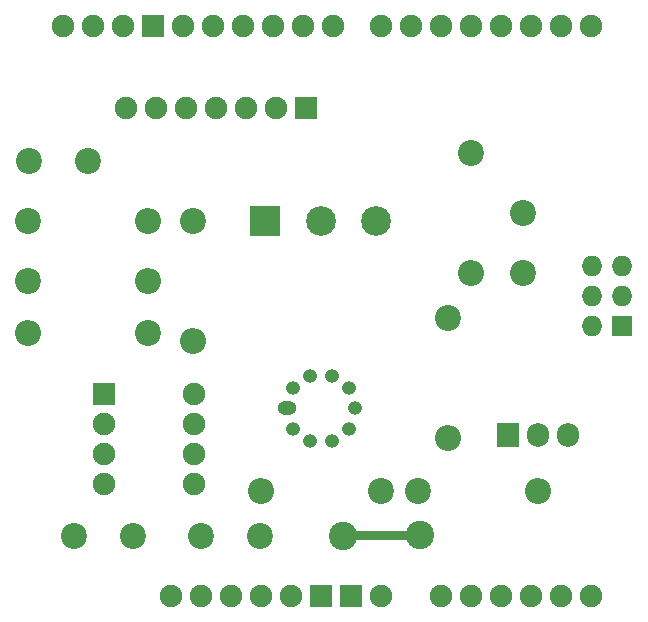
<source format=gbr>
%TF.GenerationSoftware,KiCad,Pcbnew,7.0.9*%
%TF.CreationDate,2023-12-06T14:48:21+01:00*%
%TF.ProjectId,Gas_Sensor,4761735f-5365-46e7-936f-722e6b696361,rev?*%
%TF.SameCoordinates,Original*%
%TF.FileFunction,Copper,L1,Top*%
%TF.FilePolarity,Positive*%
%FSLAX46Y46*%
G04 Gerber Fmt 4.6, Leading zero omitted, Abs format (unit mm)*
G04 Created by KiCad (PCBNEW 7.0.9) date 2023-12-06 14:48:21*
%MOMM*%
%LPD*%
G01*
G04 APERTURE LIST*
%TA.AperFunction,ComponentPad*%
%ADD10O,1.600000X1.200000*%
%TD*%
%TA.AperFunction,ComponentPad*%
%ADD11O,1.200000X1.200000*%
%TD*%
%TA.AperFunction,ComponentPad*%
%ADD12C,2.200000*%
%TD*%
%TA.AperFunction,ComponentPad*%
%ADD13O,2.200000X2.200000*%
%TD*%
%TA.AperFunction,ComponentPad*%
%ADD14R,1.905000X2.000000*%
%TD*%
%TA.AperFunction,ComponentPad*%
%ADD15O,1.905000X2.000000*%
%TD*%
%TA.AperFunction,ComponentPad*%
%ADD16R,1.900000X1.900000*%
%TD*%
%TA.AperFunction,ComponentPad*%
%ADD17O,1.900000X1.900000*%
%TD*%
%TA.AperFunction,ComponentPad*%
%ADD18R,2.520000X2.520000*%
%TD*%
%TA.AperFunction,ComponentPad*%
%ADD19C,2.520000*%
%TD*%
%TA.AperFunction,ComponentPad*%
%ADD20O,1.727200X1.727200*%
%TD*%
%TA.AperFunction,ComponentPad*%
%ADD21R,1.727200X1.727200*%
%TD*%
%TA.AperFunction,ViaPad*%
%ADD22C,2.400000*%
%TD*%
%TA.AperFunction,Conductor*%
%ADD23C,0.800000*%
%TD*%
G04 APERTURE END LIST*
D10*
%TO.P,U1,1,TempA*%
%TO.N,GND*%
X66300000Y-51435000D03*
D11*
%TO.P,U1,2,Gas1A*%
%TO.N,GAS1*%
X66857670Y-53151333D03*
%TO.P,U1,3,ResA*%
%TO.N,GND*%
X68317670Y-54212085D03*
%TO.P,U1,4,Gas1B*%
%TO.N,+5V*%
X70122330Y-54212085D03*
%TO.P,U1,5,NC*%
%TO.N,GND*%
X71582330Y-53151333D03*
%TO.P,U1,6,TempB*%
%TO.N,ADC2*%
X72140000Y-51435000D03*
%TO.P,U1,7,Gas2A*%
%TO.N,+5V*%
X71582330Y-49718667D03*
%TO.P,U1,8,ResB*%
%TO.N,SW_12V*%
X70122330Y-48657915D03*
%TO.P,U1,9,Gas2B*%
%TO.N,GAS2*%
X68317670Y-48657915D03*
%TO.P,U1,10,NC*%
%TO.N,GND*%
X66857670Y-49718667D03*
%TD*%
D12*
%TO.P,C3,1*%
%TO.N,+5V*%
X64095000Y-62230000D03*
%TO.P,C3,2*%
%TO.N,GND*%
X59095000Y-62230000D03*
%TD*%
%TO.P,R2,1*%
%TO.N,Net-(U2-IN-)*%
X44450000Y-40640000D03*
D13*
%TO.P,R2,2*%
%TO.N,GND*%
X54610000Y-40640000D03*
%TD*%
D12*
%TO.P,R1,1*%
%TO.N,Net-(U2-IN+)*%
X54610000Y-45085000D03*
D13*
%TO.P,R1,2*%
%TO.N,GND*%
X44450000Y-45085000D03*
%TD*%
D14*
%TO.P,Q1,1,G*%
%TO.N,Net-(Q1-G)*%
X85090000Y-53650000D03*
D15*
%TO.P,Q1,2,D*%
%TO.N,SW_12V*%
X87630000Y-53650000D03*
%TO.P,Q1,3,S*%
%TO.N,GND*%
X90170000Y-53650000D03*
%TD*%
D12*
%TO.P,R6,1*%
%TO.N,ADC2*%
X74295000Y-58420000D03*
D13*
%TO.P,R6,2*%
%TO.N,+5V*%
X64135000Y-58420000D03*
%TD*%
D12*
%TO.P,R7,1*%
%TO.N,+12V*%
X77470000Y-58420000D03*
D13*
%TO.P,R7,2*%
%TO.N,SW_12V*%
X87630000Y-58420000D03*
%TD*%
D12*
%TO.P,R8,1*%
%TO.N,SW_CTL*%
X80010000Y-43815000D03*
D13*
%TO.P,R8,2*%
%TO.N,Net-(Q1-G)*%
X80010000Y-53975000D03*
%TD*%
D16*
%TO.P,J1,1,Pin_1*%
%TO.N,RST*%
X67945000Y-26035000D03*
D17*
%TO.P,J1,2,Pin_2*%
%TO.N,TX*%
X65405000Y-26035000D03*
%TO.P,J1,3,Pin_3*%
%TO.N,RX*%
X62865000Y-26035000D03*
%TO.P,J1,4,Pin_4*%
%TO.N,+3.3V*%
X60325000Y-26035000D03*
%TO.P,J1,5,Pin_5*%
%TO.N,unconnected-(J1-Pin_5-Pad5)*%
X57785000Y-26035000D03*
%TO.P,J1,6,Pin_6*%
%TO.N,GND*%
X55245000Y-26035000D03*
%TO.P,J1,7,Pin_7*%
%TO.N,unconnected-(J1-Pin_7-Pad7)*%
X52705000Y-26035000D03*
%TD*%
D12*
%TO.P,R4,1*%
%TO.N,Net-(SW1-B)*%
X58420000Y-35560000D03*
D13*
%TO.P,R4,2*%
%TO.N,Net-(U2-IN+)*%
X58420000Y-45720000D03*
%TD*%
D18*
%TO.P,SW1,1,A*%
%TO.N,GAS1*%
X64515000Y-35560000D03*
D19*
%TO.P,SW1,2,B*%
%TO.N,Net-(SW1-B)*%
X69215000Y-35560000D03*
%TO.P,SW1,3,C*%
%TO.N,GAS2*%
X73915000Y-35560000D03*
%TD*%
D17*
%TO.P,A1,*%
%TO.N,*%
X56515000Y-67310000D03*
%TO.P,A1,3V3,3.3V*%
%TO.N,+3.3V*%
X64135000Y-67310000D03*
%TO.P,A1,5V1,5V*%
%TO.N,+5V*%
X66675000Y-67310000D03*
D20*
%TO.P,A1,5V2,SPI_5V*%
%TO.N,unconnected-(A1-SPI_5V-Pad5V2)*%
X94742000Y-39370000D03*
D17*
%TO.P,A1,A0,A0*%
%TO.N,ADC2*%
X79375000Y-67310000D03*
%TO.P,A1,A1,A1*%
%TO.N,ADC1*%
X81915000Y-67310000D03*
%TO.P,A1,A2,A2*%
%TO.N,unconnected-(A1-PadA2)*%
X84455000Y-67310000D03*
%TO.P,A1,A3,A3*%
%TO.N,unconnected-(A1-PadA3)*%
X86995000Y-67310000D03*
%TO.P,A1,A4,A4*%
%TO.N,unconnected-(A1-PadA4)*%
X89535000Y-67310000D03*
%TO.P,A1,A5,A5*%
%TO.N,unconnected-(A1-PadA5)*%
X92075000Y-67310000D03*
%TO.P,A1,AREF,AREF*%
%TO.N,unconnected-(A1-PadAREF)*%
X52451000Y-19050000D03*
%TO.P,A1,D0,D0/RX*%
%TO.N,unconnected-(A1-D0{slash}RX-PadD0)*%
X92075000Y-19050000D03*
%TO.P,A1,D1,D1/TX*%
%TO.N,unconnected-(A1-D1{slash}TX-PadD1)*%
X89535000Y-19050000D03*
%TO.P,A1,D2,D2_INT0*%
%TO.N,SW_CTL*%
X86995000Y-19050000D03*
%TO.P,A1,D3,D3_INT1*%
%TO.N,unconnected-(A1-D3_INT1-PadD3)*%
X84455000Y-19050000D03*
%TO.P,A1,D4,D4*%
%TO.N,unconnected-(A1-PadD4)*%
X81915000Y-19050000D03*
%TO.P,A1,D5,D5*%
%TO.N,unconnected-(A1-PadD5)*%
X79375000Y-19050000D03*
%TO.P,A1,D6,D6*%
%TO.N,unconnected-(A1-PadD6)*%
X76835000Y-19050000D03*
%TO.P,A1,D7,D7*%
%TO.N,unconnected-(A1-PadD7)*%
X74295000Y-19050000D03*
%TO.P,A1,D8,D8*%
%TO.N,unconnected-(A1-PadD8)*%
X70231000Y-19050000D03*
%TO.P,A1,D9,D9*%
%TO.N,RST*%
X67691000Y-19050000D03*
%TO.P,A1,D10,D10_CS*%
%TO.N,TX*%
X65151000Y-19050000D03*
%TO.P,A1,D11,D11*%
%TO.N,RX*%
X62611000Y-19050000D03*
%TO.P,A1,D12,D12*%
%TO.N,unconnected-(A1-PadD12)*%
X60071000Y-19050000D03*
%TO.P,A1,D13,D13*%
%TO.N,unconnected-(A1-PadD13)*%
X57531000Y-19050000D03*
D16*
%TO.P,A1,GND1,GND*%
%TO.N,GND*%
X54991000Y-19050000D03*
%TO.P,A1,GND2,GND*%
X69215000Y-67310000D03*
%TO.P,A1,GND3,GND*%
X71755000Y-67310000D03*
D21*
%TO.P,A1,GND4,SPI_GND*%
%TO.N,unconnected-(A1-SPI_GND-PadGND4)*%
X94742000Y-44450000D03*
D17*
%TO.P,A1,IORF,IOREF*%
%TO.N,unconnected-(A1-IOREF-PadIORF)*%
X59055000Y-67310000D03*
D20*
%TO.P,A1,MISO,SPI_MISO*%
%TO.N,unconnected-(A1-SPI_MISO-PadMISO)*%
X92202000Y-39370000D03*
%TO.P,A1,MOSI,SPI_MOSI*%
%TO.N,unconnected-(A1-SPI_MOSI-PadMOSI)*%
X94742000Y-41910000D03*
D17*
%TO.P,A1,RST1,RESET*%
%TO.N,unconnected-(A1-RESET-PadRST1)*%
X61595000Y-67310000D03*
D20*
%TO.P,A1,RST2,SPI_RESET*%
%TO.N,unconnected-(A1-SPI_RESET-PadRST2)*%
X92202000Y-44450000D03*
%TO.P,A1,SCK,SPI_SCK*%
%TO.N,unconnected-(A1-SPI_SCK-PadSCK)*%
X92202000Y-41910000D03*
D17*
%TO.P,A1,SCL,SCL*%
%TO.N,unconnected-(A1-PadSCL)*%
X47371000Y-19050000D03*
%TO.P,A1,SDA,SDA*%
%TO.N,unconnected-(A1-PadSDA)*%
X49911000Y-19050000D03*
%TO.P,A1,VIN,VIN*%
%TO.N,+12V*%
X74295000Y-67310000D03*
%TD*%
D12*
%TO.P,C1,1*%
%TO.N,Net-(U2-IN+)*%
X48300000Y-62230000D03*
%TO.P,C1,2*%
%TO.N,GND*%
X53300000Y-62230000D03*
%TD*%
%TO.P,R3,1*%
%TO.N,Net-(U2-IN-)*%
X44450000Y-35560000D03*
D13*
%TO.P,R3,2*%
%TO.N,Net-(U2-OUT)*%
X54610000Y-35560000D03*
%TD*%
D12*
%TO.P,C2,1*%
%TO.N,ADC1*%
X86360000Y-39925000D03*
%TO.P,C2,2*%
%TO.N,GND*%
X86360000Y-34925000D03*
%TD*%
%TO.P,R5,1*%
%TO.N,Net-(U2-OUT)*%
X81915000Y-29805000D03*
D13*
%TO.P,R5,2*%
%TO.N,ADC1*%
X81915000Y-39965000D03*
%TD*%
D12*
%TO.P,C4,2*%
%TO.N,Net-(U2-OUT)*%
X49490000Y-30480000D03*
%TO.P,C4,1*%
%TO.N,Net-(U2-IN-)*%
X44490000Y-30480000D03*
%TD*%
D16*
%TO.P,U2,1,NC*%
%TO.N,unconnected-(U2-NC-Pad1)*%
X50810000Y-50175000D03*
D17*
%TO.P,U2,2,IN-*%
%TO.N,Net-(U2-IN-)*%
X50810000Y-52715000D03*
%TO.P,U2,3,IN+*%
%TO.N,Net-(U2-IN+)*%
X50810000Y-55255000D03*
%TO.P,U2,4,V-*%
%TO.N,GND*%
X50810000Y-57795000D03*
%TO.P,U2,5,NC*%
%TO.N,unconnected-(U2-NC-Pad5)*%
X58430000Y-57795000D03*
%TO.P,U2,6,V+*%
%TO.N,+5V*%
X58430000Y-55255000D03*
%TO.P,U2,7,OUT*%
%TO.N,Net-(U2-OUT)*%
X58430000Y-52715000D03*
%TO.P,U2,8,CLK*%
%TO.N,unconnected-(U2-CLK-Pad8)*%
X58430000Y-50175000D03*
%TD*%
D22*
%TO.N,+12V*%
X77579203Y-62120797D03*
X71120000Y-62230000D03*
%TD*%
D23*
%TO.N,+12V*%
X71229203Y-62120797D02*
X71120000Y-62230000D01*
X77579203Y-62120797D02*
X71229203Y-62120797D01*
%TD*%
M02*

</source>
